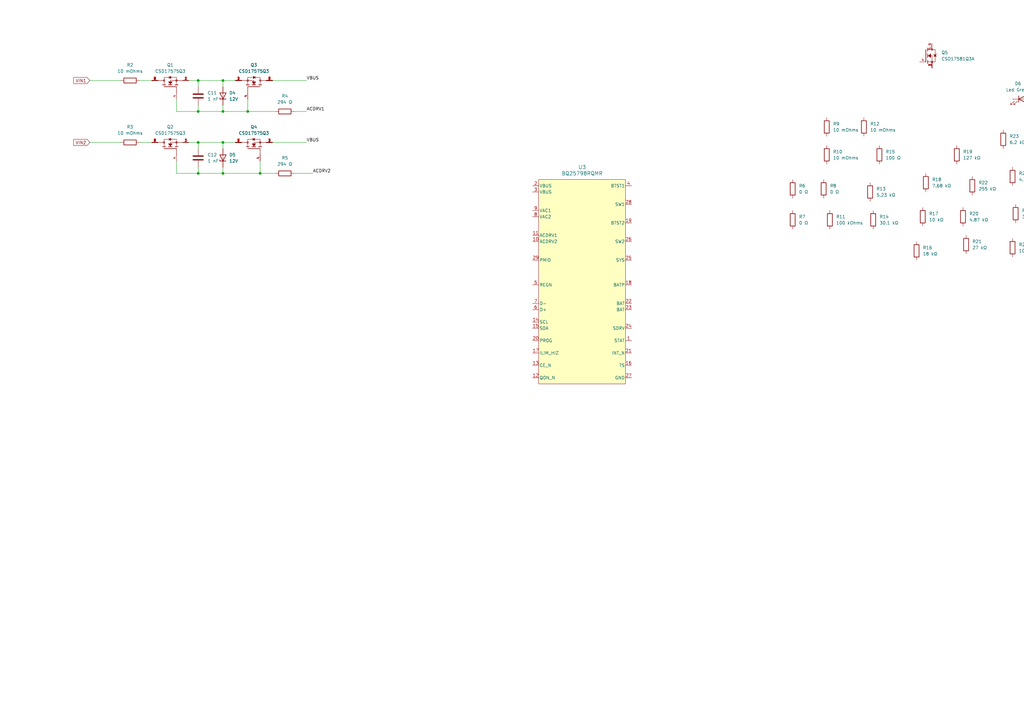
<source format=kicad_sch>
(kicad_sch (version 20250114) (generator "eeschema") (generator_version "9.0")
  (paper "A3")
  (title_block (title "Van Cooldown") (date "2025-06-27") (rev "0.0.1") (company "Fabien Meyer"))
  (junction (at 81.28 71.12))
  (junction (at 101.6 45.72))
  (junction (at 81.28 58.42))
  (junction (at 81.28 45.72))
  (junction (at 106.68 71.12))
  (junction (at 91.44 45.72))
  (junction (at 91.44 58.42))
  (junction (at 91.44 33.02))
  (junction (at 91.44 71.12))
  (junction (at 81.28 33.02))
  (wire (pts (xy 91.44 33.02) (xy 96.52 33.02)))
  (wire (pts (xy 106.68 66.04) (xy 106.68 71.12)))
  (wire (pts (xy 101.6 40.64) (xy 101.6 45.72)))
  (wire (pts (xy 91.44 71.12) (xy 91.44 68.58)))
  (wire (pts (xy 62.23 58.42) (xy 57.15 58.42)))
  (wire (pts (xy 81.28 71.12) (xy 81.28 68.58)))
  (wire (pts (xy 91.44 45.72) (xy 91.44 43.18)))
  (wire (pts (xy 81.28 60.96) (xy 81.28 58.42)))
  (wire (pts (xy 77.47 58.42) (xy 81.28 58.42)))
  (wire (pts (xy 91.44 35.56) (xy 91.44 33.02)))
  (wire (pts (xy 81.28 71.12) (xy 91.44 71.12)))
  (wire (pts (xy 81.28 33.02) (xy 91.44 33.02)))
  (wire (pts (xy 81.28 45.72) (xy 81.28 43.18)))
  (wire (pts (xy 120.65 45.72) (xy 125.73 45.72)))
  (wire (pts (xy 62.23 33.02) (xy 57.15 33.02)))
  (wire (pts (xy 72.39 66.04) (xy 72.39 71.12)))
  (wire (pts (xy 36.83 33.02) (xy 49.53 33.02)))
  (wire (pts (xy 72.39 40.64) (xy 72.39 45.72)))
  (wire (pts (xy 125.73 33.02) (xy 111.76 33.02)))
  (wire (pts (xy 113.03 45.72) (xy 101.6 45.72)))
  (wire (pts (xy 125.73 58.42) (xy 111.76 58.42)))
  (wire (pts (xy 81.28 35.56) (xy 81.28 33.02)))
  (wire (pts (xy 81.28 58.42) (xy 91.44 58.42)))
  (wire (pts (xy 77.47 33.02) (xy 81.28 33.02)))
  (wire (pts (xy 91.44 60.96) (xy 91.44 58.42)))
  (wire (pts (xy 81.28 45.72) (xy 72.39 45.72)))
  (wire (pts (xy 120.65 71.12) (xy 128.27 71.12)))
  (wire (pts (xy 101.6 45.72) (xy 91.44 45.72)))
  (wire (pts (xy 91.44 58.42) (xy 96.52 58.42)))
  (wire (pts (xy 106.68 71.12) (xy 113.03 71.12)))
  (wire (pts (xy 72.39 71.12) (xy 81.28 71.12)))
  (wire (pts (xy 49.53 58.42) (xy 36.83 58.42)))
  (wire (pts (xy 91.44 71.12) (xy 106.68 71.12)))
  (wire (pts (xy 91.44 45.72) (xy 81.28 45.72)))
  (label "VBUS" (at 125.73 58.42 0))
  (label "ACDRV2" (at 128.27 71.12 0))
  (label "ACDRV1" (at 125.73 45.72 0))
  (label "VBUS" (at 125.73 33.02 0))
  (global_label "VIN1" (shape input) (at 36.83 33.02 180) (property "Intersheetrefs" "${INTERSHEET_REFS}" (effects (hide yes))))
  (global_label "VIN2" (shape input) (at 36.83 58.42 180) (property "Intersheetrefs" "${INTERSHEET_REFS}" (effects (hide yes))))
  (symbol (lib_id "Device:C") (at 499.11 55.88 0) (unit 1)
    (property "Reference" "C34" (at 502.92 54.6099 0) (effects (justify left)))
    (property "Value" "0.1 µF" (at 502.92 57.1499 0) (effects (justify left)))
    (property "Footprint" "Capacitor_SMD:C_0402_1005Metric" (effects (hide yes)))
    (property "Datasheet" "https://product.tdk.com/system/files/dam/doc/product/capacitor/ceramic/mlcc/catalog/mlcc_commercial_soft_en.pdf" (effects (hide yes)))
    (property "Description" "0.1 µF ±10% 50V Ceramic Capacitor X7R 0402 (1005 Metric)" (effects (hide yes)))
    (property "DigiKey Part Number" "445-173610-1-ND" (effects (hide yes)))
    (property "DigiKey url" "https://www.digikey.ch/en/products/detail/tdk-corporation/C1005X7R1H104K050BE/5809175?s=N4IgTCBcDaIMIEYAMSCsANA7AJQQCWQBYBpNJAIQFEQBdAXyA" (effects (hide yes)))
    (property "Manufacturer" "TDK Corporation" (effects (hide yes)))
    (property "Manufacturer Product Number" "C1005X7R1H104K050BE" (effects (hide yes)))
  )
  (symbol (lib_id "Device:R") (at 416.56 87.63 0) (unit 1)
    (property "Reference" "R26" (at 419.1 86.3599 0) (effects (justify left)))
    (property "Value" "3.57 kΩ" (at 419.1 88.8999 0) (effects (justify left)))
    (property "Footprint" "Resistor_SMD:R_0603_1608Metric" (effects (hide yes)))
    (property "Datasheet" "https://www.vishay.com/docs/20035/dcrcwe3.pdf" (effects (hide yes)))
    (property "Description" "3.57 kOhms ±1% 0.1W, 1/10W Chip Resistor 0603 (1608 Metric) Automotive AEC-Q200 Thick Film" (effects (hide yes)))
    (property "DigiKey Part Number" "541-3.57KHCT-ND" (effects (hide yes)))
    (property "DigiKey url" "https://www.digikey.ch/en/products/detail/vishay-dale/CRCW06033K57FKEA/1174729" (effects (hide yes)))
    (property "Manufacturer" "Vishay Dale" (effects (hide yes)))
    (property "Manufacturer Product Number" "CRCW06033K57FKEA" (effects (hide yes)))
  )
  (symbol (lib_id "Device:R") (at 354.33 52.07 0) (unit 1)
    (property "Reference" "R12" (at 356.87 50.7999 0) (effects (justify left)))
    (property "Value" "10 mOhms" (at 356.87 53.3399 0) (effects (justify left)))
    (property "Footprint" "Resistor_SMD:R_2010_5025Metric" (effects (hide yes)))
    (property "Datasheet" "https://www.vishay.com/docs/31057/wslhigh.pdf" (effects (hide yes)))
    (property "Description" "10 mOhms ±1% 1W Chip Resistor 2010 (5025 Metric) Automotive AEC-Q200, Current Sense, Moisture Resistant, Pulse Withstanding Metal Element" (effects (hide yes)))
    (property "DigiKey Part Number" "WSLF-.01CT-ND" (effects (hide yes)))
    (property "DigiKey url" "https://www.digikey.ch/en/products/detail/vishay-dale/WSL2010R0100FEA18/712518?s=N4IgTCBcDaIOoGUAyYAMBGVAlDrUDEBRAQXQA4QBdAXyA" (effects (hide yes)))
    (property "Manufacturer" "Vishay-Dale" (effects (hide yes)))
    (property "Manufacturer Product Number" "WSL2010R0100FEA18" (effects (hide yes)))
  )
  (symbol (lib_id "Device:C") (at 474.98 55.88 0) (unit 1)
    (property "Reference" "C26" (at 478.79 54.6099 0) (effects (justify left)))
    (property "Value" "0.1 µF" (at 478.79 57.1499 0) (effects (justify left)))
    (property "Footprint" "Capacitor_SMD:C_0402_1005Metric" (effects (hide yes)))
    (property "Datasheet" "https://product.tdk.com/system/files/dam/doc/product/capacitor/ceramic/mlcc/catalog/mlcc_commercial_soft_en.pdf" (effects (hide yes)))
    (property "Description" "0.1 µF ±10% 50V Ceramic Capacitor X7R 0402 (1005 Metric)" (effects (hide yes)))
    (property "DigiKey Part Number" "445-173610-1-ND" (effects (hide yes)))
    (property "DigiKey url" "https://www.digikey.ch/en/products/detail/tdk-corporation/C1005X7R1H104K050BE/5809175?s=N4IgTCBcDaIMIEYAMSCsANA7AJQQCWQBYBpNJAIQFEQBdAXyA" (effects (hide yes)))
    (property "Manufacturer" "TDK Corporation" (effects (hide yes)))
    (property "Manufacturer Product Number" "C1005X7R1H104K050BE" (effects (hide yes)))
  )
  (symbol (lib_id "Device:LED") (at 419.1 40.64 0) (unit 1)
    (property "Reference" "D6" (at 417.5125 34.29 0))
    (property "Value" "Led Green" (at 417.5125 36.83 0))
    (property "Footprint" "LED_SMD:LED_0603_1608Metric" (effects (hide yes)))
    (property "Datasheet" "https://mm.digikey.com/Volume0/opasdata/d220001/medias/docus/858/LTST-C190GKT.pdf" (effects (hide yes)))
    (property "Description" "Green 569nm LED Indication - Discrete 2.1V 0603 (1608 Metric)" (effects (hide yes)))
    (property "Sim.Pins" "1=K 2=A" (effects (hide yes)))
    (property "DigiKey Part Number" "160-1183-1-ND" (effects (hide yes)))
    (property "DigiKey url" "https://www.digikey.ch/en/products/detail/liteon/LTST-C190GKT/269230?s=N4IgTCBcDaIDIBUDKCC0BhAjATgAwHEBpBEAXQF8g" (effects (hide yes)))
    (property "Manufacturer" "Lite-On Inc." (effects (hide yes)))
    (property "Manufacturer Product Number" "LTST-C190GKT" (effects (hide yes)))
  )
  (symbol (lib_id "Connector:TestPoint") (at 520.7 57.15 0) (unit 1)
    (property "Reference" "TP2" (at 523.24 52.5779 0) (effects (justify left)))
    (property "Value" "TP White" (at 523.24 55.1179 0) (effects (justify left)))
    (property "Footprint" "van-cooldown:TP_5002" (effects (hide yes)))
    (property "Datasheet" "https://www.keyelco.com/userAssets/file/M65p56.pdf" (effects (hide yes)))
    (property "Description" "Red PC Test Point, Miniature Phosphor Bronze Silver Plating Through Hole Mounting Type" (effects (hide yes)))
    (property "DigiKey Part Number" "36-5002-ND" (effects (hide yes)))
    (property "DigiKey url" "https://www.digikey.ch/en/products/detail/keystone-electronics/5002/255328" (effects (hide yes)))
    (property "Manufacturer" "Keystone Electronics" (effects (hide yes)))
    (property "Manufacturer Product Number" "5002" (effects (hide yes)))
  )
  (symbol (lib_id "Device:C") (at 468.63 43.18 0) (unit 1)
    (property "Reference" "C24" (at 472.44 41.9099 0) (effects (justify left)))
    (property "Value" "10 µF" (at 472.44 44.4499 0) (effects (justify left)))
    (property "Footprint" "Capacitor_SMD:C_0805_2012Metric" (effects (hide yes)))
    (property "Datasheet" "https://product.tdk.com/system/files/dam/doc/product/capacitor/ceramic/mlcc/catalog/mlcc_commercial_general_en.pdf" (effects (hide yes)))
    (property "Description" "10 µF ±10% 25V Ceramic Capacitor X5R 0805 (2012 Metric)" (effects (hide yes)))
    (property "DigiKey Part Number" "445-5984-1-ND" (effects (hide yes)))
    (property "DigiKey url" "https://www.digikey.ch/en/products/detail/tdk-corporation/C2012X5R1E106K125AB/2443462?s=N4IgTCBcDaIMJgAwEYwA0CsAlZBRZiAbANKoYCCAQiALoC%2BQA" (effects (hide yes)))
    (property "Manufacturer" "TDK Corporation" (effects (hide yes)))
    (property "Manufacturer Product Number" "C2012X5R1E106K125AB" (effects (hide yes)))
  )
  (symbol (lib_id "Device:C") (at 445.77 55.88 0) (unit 1)
    (property "Reference" "C16" (at 449.58 54.6099 0) (effects (justify left)))
    (property "Value" "0.1 µF" (at 449.58 57.1499 0) (effects (justify left)))
    (property "Footprint" "Capacitor_SMD:C_0402_1005Metric" (effects (hide yes)))
    (property "Datasheet" "https://product.tdk.com/system/files/dam/doc/product/capacitor/ceramic/mlcc/catalog/mlcc_commercial_soft_en.pdf" (effects (hide yes)))
    (property "Description" "0.1 µF ±10% 50V Ceramic Capacitor X7R 0402 (1005 Metric)" (effects (hide yes)))
    (property "DigiKey Part Number" "445-173610-1-ND" (effects (hide yes)))
    (property "DigiKey url" "https://www.digikey.ch/en/products/detail/tdk-corporation/C1005X7R1H104K050BE/5809175?s=N4IgTCBcDaIMIEYAMSCsANA7AJQQCWQBYBpNJAIQFEQBdAXyA" (effects (hide yes)))
    (property "Manufacturer" "TDK Corporation" (effects (hide yes)))
    (property "Manufacturer Product Number" "C1005X7R1H104K050BE" (effects (hide yes)))
  )
  (symbol (lib_id "Device:R") (at 340.36 90.17 0) (unit 1)
    (property "Reference" "R11" (at 342.9 88.8999 0) (effects (justify left)))
    (property "Value" "100 kOhms" (at 342.9 91.4399 0) (effects (justify left)))
    (property "Footprint" "Resistor_SMD:R_0603_1608Metric" (effects (hide yes)))
    (property "Datasheet" "https://www.yageo.com/upload/media/product/app/datasheet/rchip/pyu-ar_51_rohs_l.pdf" (effects (hide yes)))
    (property "Description" "100 kOhms ±1% 0.1W, 1/10W Chip Resistor 0603 (1608 Metric) Moisture Resistant Thick Film" (effects (hide yes)))
    (property "DigiKey Part Number" "13-AR0603FR-07100KLCT-ND" (effects (hide yes)))
    (property "DigiKey url" "https://www.digikey.ch/en/products/detail/yageo/AR0603FR-07100KL/22201055" (effects (hide yes)))
    (property "Manufacturer" "YAGEO" (effects (hide yes)))
    (property "Manufacturer Product Number" "RC0603FR-07100KL" (effects (hide yes)))
  )
  (symbol (lib_id "Device:C") (at 445.77 31.75 0) (unit 1)
    (property "Reference" "C14" (at 449.58 30.4799 0) (effects (justify left)))
    (property "Value" "10 µF" (at 449.58 33.0199 0) (effects (justify left)))
    (property "Footprint" "Capacitor_SMD:C_0805_2012Metric" (effects (hide yes)))
    (property "Datasheet" "https://product.tdk.com/system/files/dam/doc/product/capacitor/ceramic/mlcc/catalog/mlcc_commercial_general_en.pdf" (effects (hide yes)))
    (property "Description" "10 µF ±10% 25V Ceramic Capacitor X5R 0805 (2012 Metric)" (effects (hide yes)))
    (property "DigiKey Part Number" "445-5984-1-ND" (effects (hide yes)))
    (property "DigiKey url" "https://www.digikey.ch/en/products/detail/tdk-corporation/C2012X5R1E106K125AB/2443462?s=N4IgTCBcDaIMJgAwEYwA0CsAlZBRZiAbANKoYCCAQiALoC%2BQA" (effects (hide yes)))
    (property "Manufacturer" "TDK Corporation" (effects (hide yes)))
    (property "Manufacturer Product Number" "C2012X5R1E106K125AB" (effects (hide yes)))
  )
  (symbol (lib_id "Device:R") (at 378.46 88.9 0) (unit 1)
    (property "Reference" "R17" (at 381 87.6299 0) (effects (justify left)))
    (property "Value" "10 kΩ" (at 381 90.1699 0) (effects (justify left)))
    (property "Footprint" "Resistor_SMD:R_0402_1005Metric" (effects (hide yes)))
    (property "Datasheet" "https://www.vishay.com/docs/20035/dcrcwe3.pdf" (effects (hide yes)))
    (property "Description" "10 kOhms ±1% 0.1W, 1/10W Chip Resistor 0402 (1005 Metric) Automotive AEC-Q200 Thick Film" (effects (hide yes)))
    (property "DigiKey Part Number" "541-10.0KLCT-ND" (effects (hide yes)))
    (property "DigiKey url" "https://www.digikey.ch/en/products/detail/vishay-dale/CRCW040210K0FKED/1178121" (effects (hide yes)))
    (property "Manufacturer" "Vishay-Dale" (effects (hide yes)))
    (property "Manufacturer Product Number" "CRCW040210K0FKED" (effects (hide yes)))
  )
  (symbol (lib_id "Device:R") (at 53.34 58.42 90) (unit 1)
    (property "Reference" "R3" (at 53.34 52.07 90))
    (property "Value" "10 mOhms" (at 53.34 54.61 90))
    (property "Footprint" "Resistor_SMD:R_2010_5025Metric" (effects (hide yes)))
    (property "Datasheet" "https://www.vishay.com/docs/31057/wslhigh.pdf" (effects (hide yes)))
    (property "Description" "10 mOhms ±1% 1W Chip Resistor 2010 (5025 Metric) Automotive AEC-Q200, Current Sense, Moisture Resistant, Pulse Withstanding Metal Element" (effects (hide yes)))
    (property "DigiKey Part Number" "WSLF-.01CT-ND" (effects (hide yes)))
    (property "DigiKey url" "https://www.digikey.ch/en/products/detail/vishay-dale/WSL2010R0100FEA18/712518?s=N4IgTCBcDaIOoGUAyYAMBGVAlDrUDEBRAQXQA4QBdAXyA" (effects (hide yes)))
    (property "Manufacturer" "Vishay-Dale" (effects (hide yes)))
    (property "Manufacturer Product Number" "WSL2010R0100FEA18" (effects (hide yes)))
  )
  (symbol (lib_id "Device:R") (at 392.43 63.5 0) (unit 1)
    (property "Reference" "R19" (at 394.97 62.2299 0) (effects (justify left)))
    (property "Value" "127 kΩ" (at 394.97 64.7699 0) (effects (justify left)))
    (property "Footprint" "Resistor_SMD:R_0603_1608Metric" (effects (hide yes)))
    (property "Datasheet" "https://www.vishay.com/docs/20035/dcrcwe3.pdf" (effects (hide yes)))
    (property "Description" "127 kOhms ±1% 0.1W, 1/10W Chip Resistor 0603 (1608 Metric) Automotive AEC-Q200 Thick Film" (effects (hide yes)))
    (property "DigiKey Part Number" "541-127KHCT-ND" (effects (hide yes)))
    (property "DigiKey url" "https://www.digikey.ch/en/products/detail/vishay-dale/CRCW0603127KFKEA/1174907" (effects (hide yes)))
    (property "Manufacturer" "Vishay Dale" (effects (hide yes)))
    (property "Manufacturer Product Number" "CRCW0603127KFKEA" (effects (hide yes)))
  )
  (symbol (lib_id "Device:R") (at 398.78 76.2 0) (unit 1)
    (property "Reference" "R22" (at 401.32 74.9299 0) (effects (justify left)))
    (property "Value" "255 kΩ" (at 401.32 77.4699 0) (effects (justify left)))
    (property "Footprint" "Resistor_SMD:R_0603_1608Metric" (effects (hide yes)))
    (property "Datasheet" "https://www.vishay.com/docs/20035/dcrcwe3.pdf" (effects (hide yes)))
    (property "Description" "255 kOhms ±1% 0.1W, 1/10W Chip Resistor 0603 (1608 Metric) Automotive AEC-Q200 Thick Film" (effects (hide yes)))
    (property "DigiKey Part Number" "541-255KHCT-ND" (effects (hide yes)))
    (property "DigiKey url" "https://www.digikey.ch/en/products/detail/vishay-dale/CRCW0603255KFKEA/1174940" (effects (hide yes)))
    (property "Manufacturer" "Vishay-Dale" (effects (hide yes)))
    (property "Manufacturer Product Number" "CRCW0603255KFKEA" (effects (hide yes)))
  )
  (symbol (lib_id "Device:R") (at 429.26 59.69 0) (unit 1)
    (property "Reference" "R28" (at 431.8 58.4199 0) (effects (justify left)))
    (property "Value" "8.2 kOhms" (at 431.8 60.9599 0) (effects (justify left)))
    (property "Footprint" "Resistor_SMD:R_0603_1608Metric" (effects (hide yes)))
    (property "Datasheet" "8.2 kOhms" (effects (hide yes)))
    (property "Description" "8.2 kOhms ±1% 0.1W, 1/10W Chip Resistor 0603 (1608 Metric) Moisture Resistant Thick Film" (effects (hide yes)))
    (property "DigiKey Part Number" "311-8.20KHRCT-ND" (effects (hide yes)))
    (property "DigiKey url" "https://www.digikey.ch/en/products/detail/yageo/RC0603FR-078K2L/727390?s=N4IgTCBcDaIEoGEAMA2JBmAYnAtEg7ABwDSYAMiALoC%2BQA" (effects (hide yes)))
    (property "Manufacturer" "YAGEO" (effects (hide yes)))
    (property "Manufacturer Product Number" "RC0603FR-078K2L" (effects (hide yes)))
  )
  (symbol (lib_id "Device:R") (at 394.97 88.9 0) (unit 1)
    (property "Reference" "R20" (at 397.51 87.6299 0) (effects (justify left)))
    (property "Value" "4.87 kΩ" (at 397.51 90.1699 0) (effects (justify left)))
    (property "Footprint" "Resistor_SMD:R_0402_1005Metric" (effects (hide yes)))
    (property "Datasheet" "https://www.vishay.com/docs/20035/dcrcwe3.pdf" (effects (hide yes)))
    (property "Description" "4.87 kOhms ±1% 0.1W, 1/10W Chip Resistor 0402 (1005 Metric) Automotive AEC-Q200 Thick Film" (effects (hide yes)))
    (property "DigiKey Part Number" "541-4.87KLCT-ND" (effects (hide yes)))
    (property "DigiKey url" "https://www.digikey.ch/en/products/detail/vishay-dale/CRCW04024K87FKED/1178085" (effects (hide yes)))
    (property "Manufacturer" "Vishay-Dale" (effects (hide yes)))
    (property "Manufacturer Product Number" "CRCW04024K87FKEDCRCW04024K87FKED" (effects (hide yes)))
  )
  (symbol (lib_id "Device:R") (at 339.09 52.07 0) (unit 1)
    (property "Reference" "R9" (at 341.63 50.7999 0) (effects (justify left)))
    (property "Value" "10 mOhms" (at 341.63 53.3399 0) (effects (justify left)))
    (property "Footprint" "Resistor_SMD:R_2010_5025Metric" (effects (hide yes)))
    (property "Datasheet" "https://www.vishay.com/docs/31057/wslhigh.pdf" (effects (hide yes)))
    (property "Description" "10 mOhms ±1% 1W Chip Resistor 2010 (5025 Metric) Automotive AEC-Q200, Current Sense, Moisture Resistant, Pulse Withstanding Metal Element" (effects (hide yes)))
    (property "DigiKey Part Number" "WSLF-.01CT-ND" (effects (hide yes)))
    (property "DigiKey url" "https://www.digikey.ch/en/products/detail/vishay-dale/WSL2010R0100FEA18/712518?s=N4IgTCBcDaIOoGUAyYAMBGVAlDrUDEBRAQXQA4QBdAXyA" (effects (hide yes)))
    (property "Manufacturer" "Vishay-Dale" (effects (hide yes)))
    (property "Manufacturer Product Number" "WSL2010R0100FEA18" (effects (hide yes)))
  )
  (symbol (lib_id "Device:C_Polarized") (at 494.03 71.12 0) (unit 1)
    (property "Reference" "C33" (at 497.84 68.9609 0) (effects (justify left)))
    (property "Value" "33 µF" (at 497.84 71.5009 0) (effects (justify left)))
    (property "Footprint" "van-cooldown:C_ECASD31D476M040KA0" (effects (hide yes)))
    (property "Datasheet" "https://www.murata.com/~/media/webrenewal/support/library/catalog/products/capacitor/polymer/c90e.ashx?la=en-us" (effects (hide yes)))
    (property "Description" "33 µF 25 V Aluminum - Polymer Capacitors 2917 (7343 Metric) 40mOhm 1000 Hrs @ 105°C" (effects (hide yes)))
    (property "DigiKey Part Number" "490-ECASD41E336M040KA0CT-ND" (effects (hide yes)))
    (property "DigiKey url" "https://www.digikey.ch/en/products/detail/murata-electronics/ECASD41E336M040KA0/10222761?s=N4IgTCBcDaIKIGECCBlAIgFgIxwMy4DYBZABgxIGkkSQBdAXyA" (effects (hide yes)))
    (property "Manufacturer" "Murata Electronics" (effects (hide yes)))
    (property "Manufacturer Product Number" "ECASD41E336M040KA0" (effects (hide yes)))
  )
  (symbol (lib_id "Connector:TestPoint") (at 520.7 63.5 0) (unit 1)
    (property "Reference" "TP3" (at 523.24 58.9279 0) (effects (justify left)))
    (property "Value" "TP Orange" (at 523.24 61.4679 0) (effects (justify left)))
    (property "Footprint" "van-cooldown:TP_5003" (effects (hide yes)))
    (property "Datasheet" "https://www.keyelco.com/userAssets/file/M65p56.pdf" (effects (hide yes)))
    (property "Description" "Red PC Test Point, Miniature Phosphor Bronze Silver Plating Through Hole Mounting Type" (effects (hide yes)))
    (property "DigiKey Part Number" "36-5003-ND" (effects (hide yes)))
    (property "DigiKey url" "https://www.digikey.ch/en/products/detail/keystone-electronics/5003/362668" (effects (hide yes)))
    (property "Manufacturer" "Keystone Electronics" (effects (hide yes)))
    (property "Manufacturer Product Number" "5003" (effects (hide yes)))
  )
  (symbol (lib_id "Device:R") (at 358.14 90.17 0) (unit 1)
    (property "Reference" "R14" (at 360.68 88.8999 0) (effects (justify left)))
    (property "Value" "30.1 kΩ" (at 360.68 91.4399 0) (effects (justify left)))
    (property "Footprint" "Resistor_SMD:R_0402_1005Metric" (effects (hide yes)))
    (property "Datasheet" "https://www.vishay.com/docs/20035/dcrcwe3.pdf" (effects (hide yes)))
    (property "Description" "30.1 kOhms ±1% 0.1W, 1/10W Chip Resistor 0402 (1005 Metric) Automotive AEC-Q200 Thick Film" (effects (hide yes)))
    (property "DigiKey Part Number" "541-30.1KLCT-ND" (effects (hide yes)))
    (property "DigiKey url" "https://www.digikey.ch/en/products/detail/vishay-dale/CRCW040230K1FKED/1178174" (effects (hide yes)))
    (property "Manufacturer" "Vishay-Dale" (effects (hide yes)))
    (property "Manufacturer Product Number" "CRCW040230K1FKED" (effects (hide yes)))
  )
  (symbol (lib_id "Device:R") (at 53.34 33.02 90) (unit 1)
    (property "Reference" "R2" (at 53.34 26.67 90))
    (property "Value" "10 mOhms" (at 53.34 29.21 90))
    (property "Footprint" "Resistor_SMD:R_2010_5025Metric" (effects (hide yes)))
    (property "Datasheet" "https://www.vishay.com/docs/31057/wslhigh.pdf" (effects (hide yes)))
    (property "Description" "10 mOhms ±1% 1W Chip Resistor 2010 (5025 Metric) Automotive AEC-Q200, Current Sense, Moisture Resistant, Pulse Withstanding Metal Element" (effects (hide yes)))
    (property "DigiKey Part Number" "WSLF-.01CT-ND" (effects (hide yes)))
    (property "DigiKey url" "https://www.digikey.ch/en/products/detail/vishay-dale/WSL2010R0100FEA18/712518?s=N4IgTCBcDaIOoGUAyYAMBGVAlDrUDEBRAQXQA4QBdAXyA" (effects (hide yes)))
    (property "Manufacturer" "Vishay-Dale" (effects (hide yes)))
    (property "Manufacturer Product Number" "WSL2010R0100FEA18" (effects (hide yes)))
  )
  (symbol (lib_id "Device:C") (at 468.63 31.75 0) (unit 1)
    (property "Reference" "C23" (at 472.44 30.4799 0) (effects (justify left)))
    (property "Value" "10 µF" (at 472.44 33.0199 0) (effects (justify left)))
    (property "Footprint" "Capacitor_SMD:C_0805_2012Metric" (effects (hide yes)))
    (property "Datasheet" "https://product.tdk.com/system/files/dam/doc/product/capacitor/ceramic/mlcc/catalog/mlcc_commercial_general_en.pdf" (effects (hide yes)))
    (property "Description" "10 µF ±10% 25V Ceramic Capacitor X5R 0805 (2012 Metric)" (effects (hide yes)))
    (property "DigiKey Part Number" "445-5984-1-ND" (effects (hide yes)))
    (property "DigiKey url" "https://www.digikey.ch/en/products/detail/tdk-corporation/C2012X5R1E106K125AB/2443462?s=N4IgTCBcDaIMJgAwEYwA0CsAlZBRZiAbANKoYCCAQiALoC%2BQA" (effects (hide yes)))
    (property "Manufacturer" "TDK Corporation" (effects (hide yes)))
    (property "Manufacturer Product Number" "C2012X5R1E106K125AB" (effects (hide yes)))
  )
  (symbol (lib_id "Connector:TestPoint") (at 520.7 49.53 0) (unit 1)
    (property "Reference" "TP1" (at 523.24 44.9579 0) (effects (justify left)))
    (property "Value" "TP Black" (at 523.24 47.4979 0) (effects (justify left)))
    (property "Footprint" "van-cooldown:TP_5001" (effects (hide yes)))
    (property "Datasheet" "https://www.keyelco.com/userAssets/file/M65p56.pdf" (effects (hide yes)))
    (property "Description" "Red PC Test Point, Miniature Phosphor Bronze Silver Plating Through Hole Mounting Type" (effects (hide yes)))
    (property "DigiKey Part Number" "36-5001-ND" (effects (hide yes)))
    (property "DigiKey url" "https://www.digikey.ch/en/products/detail/keystone-electronics/5001/255327" (effects (hide yes)))
    (property "Manufacturer" "Keystone Electronics" (effects (hide yes)))
    (property "Manufacturer Product Number" "5001" (effects (hide yes)))
  )
  (symbol (lib_id "van-cooldown:CSD17575Q3") (at 69.85 33.02 90) (unit 1)
    (property "Reference" "Q1" (at 69.85 26.67 90))
    (property "Value" "CSD17575Q3" (at 69.85 29.21 90))
    (property "Footprint" "van-cooldown:Q_CSD17575Q3" (effects (hide yes)))
    (property "Datasheet" "https://www.ti.com/general/docs/suppproductinfo.tsp?distId=10&gotoUrl=https%3A%2F%2Fwww.ti.com%2Flit%2Fgpn%2Fcsd17575q3" (effects (hide yes)))
    (property "Description" "N-Channel 30 V 60A (Ta) 2.8W (Ta), 108W (Tc) Surface Mount 8-VSON-CLIP (3.3x3.3)" (effects (hide yes)))
    (property "DigiKey Part Number" "296-39994-1-ND" (effects (hide yes)))
    (property "DigiKey url" "https://www.digikey.ch/en/products/detail/texas-instruments/CSD17575Q3/4895618" (effects (hide yes)))
    (property "Manufacturer" "Texas Instruments" (effects (hide yes)))
    (property "Manufacturer Product Number" "CSD17575Q3" (effects (hide yes)))
  )
  (symbol (lib_id "Device:D_Schottky") (at 431.8 31.75 0) (unit 1)
    (property "Reference" "D7" (at 431.4825 25.4 0))
    (property "Value" "30V 200mA" (at 431.4825 27.94 0))
    (property "Footprint" "Diode_SMD:D_SOD-323" (effects (hide yes)))
    (property "Datasheet" "https://www.onsemi.com/pdf/datasheet/bat54ht1-d.pdf" (effects (hide yes)))
    (property "Description" "Diode 30 V 200mA Surface Mount SOD-323" (effects (hide yes)))
    (property "DigiKey Part Number" "BAT54HT1GOSCT-ND" (effects (hide yes)))
    (property "DigiKey url" "https://www.digikey.ch/en/products/detail/onsemi/BAT54HT1G/918315" (effects (hide yes)))
    (property "Manufacturer" "onsemi" (effects (hide yes)))
    (property "Manufacturer Product Number" "BAT54HT1G" (effects (hide yes)))
  )
  (symbol (lib_id "Device:R") (at 411.48 57.15 0) (unit 1)
    (property "Reference" "R23" (at 414.02 55.8799 0) (effects (justify left)))
    (property "Value" "6.2 kOhms" (at 414.02 58.4199 0) (effects (justify left)))
    (property "Footprint" "Resistor_SMD:R_0603_1608Metric" (effects (hide yes)))
    (property "Datasheet" "https://www.yageo.com/upload/media/product/products/datasheet/rchip/PYu-RC_Group_51_RoHS_L_12.pdf" (effects (hide yes)))
    (property "Description" "6.2 kOhms ±1% 0.1W, 1/10W Chip Resistor 0603 (1608 Metric) Moisture Resistant Thick Film" (effects (hide yes)))
    (property "DigiKey Part Number" "311-6.20KHRCT-ND" (effects (hide yes)))
    (property "DigiKey url" "https://www.digikey.ch/en/products/detail/yageo/RC0603FR-076K2L/727319?s=N4IgTCBcDaIEoGEAMA2JBmAYnAtEg7CgNJgAyIAugL5A" (effects (hide yes)))
    (property "Manufacturer" "YAGEO" (effects (hide yes)))
    (property "Manufacturer Product Number" "RC0603FR-076K2L" (effects (hide yes)))
  )
  (symbol (lib_id "Device:L") (at 501.65 15.24 0) (unit 1)
    (property "Reference" "L1" (at 502.92 13.9699 0) (effects (justify left)))
    (property "Value" "1 µH" (at 502.92 16.5099 0) (effects (justify left)))
    (property "Footprint" "van-cooldown:IND_SPM6530_TDK" (effects (hide yes)))
    (property "Datasheet" "https://product.tdk.com/en/system/files/dam/doc/product/inductor/inductor/smd/catalog/inductor_commercial_power_spm6530_en.pdf" (effects (hide yes)))
    (property "Description" "1 µH Shielded Drum Core, Wirewound Inductor 13 A 7.81mOhm Max Nonstandard" (effects (hide yes)))
    (property "DigiKey Part Number" "445-3880-1-ND" (effects (hide yes)))
    (property "DigiKey url" "https://www.digikey.ch/en/products/detail/tdk-corporation/SPM6530T-1R0M120/1913744" (effects (hide yes)))
    (property "Manufacturer" "TDK Corporation" (effects (hide yes)))
    (property "Manufacturer Product Number" "SPM6530T-1R0M120" (effects (hide yes)))
  )
  (symbol (lib_id "Device:R") (at 360.68 63.5 0) (unit 1)
    (property "Reference" "R15" (at 363.22 62.2299 0) (effects (justify left)))
    (property "Value" "100 Ω" (at 363.22 64.7699 0) (effects (justify left)))
    (property "Footprint" "Capacitor_SMD:C_0603_1608Metric" (effects (hide yes)))
    (property "Datasheet" "https://www.yageo.com/upload/media/product/app/datasheet/rchip/pyu-ar_51_rohs_l.pdf" (effects (hide yes)))
    (property "Description" "100 Ohms ±1% 0.1W, 1/10W Chip Resistor 0603 (1608 Metric) Moisture Resistant Thick Film" (effects (hide yes)))
    (property "DigiKey Part Number" "13-AR0603FR-07100RLCT-ND" (effects (hide yes)))
    (property "DigiKey url" "https://www.digikey.ch/en/products/detail/yageo/AR0603FR-07100RL/21765937" (effects (hide yes)))
    (property "Manufacturer" "YAGEO" (effects (hide yes)))
    (property "Manufacturer Product Number" "AR0603FR-07100RL" (effects (hide yes)))
  )
  (symbol (lib_id "Device:R") (at 396.24 100.33 0) (unit 1)
    (property "Reference" "R21" (at 398.78 99.0599 0) (effects (justify left)))
    (property "Value" "27 kΩ" (at 398.78 101.5999 0) (effects (justify left)))
    (property "Footprint" "Resistor_SMD:R_0603_1608Metric" (effects (hide yes)))
    (property "Datasheet" "https://industrial.panasonic.com/cdbs/www-data/pdf/RDA0000/AOA0000C304.pdf" (effects (hide yes)))
    (property "Description" "27 kOhms ±0.5% 0.1W, 1/10W Chip Resistor 0603 (1608 Metric) Automotive AEC-Q200 Thick Film" (effects (hide yes)))
    (property "DigiKey Part Number" "10-ERJ-3RBD2702VCT-ND" (effects (hide yes)))
    (property "DigiKey url" "https://www.digikey.ch/en/products/detail/panasonic-electronic-components/ERJ-3RBD2702V/21282324" (effects (hide yes)))
    (property "Manufacturer" "Panasonic Electronic Components" (effects (hide yes)))
    (property "Manufacturer Product Number" "ERJ-3EKF2702V" (effects (hide yes)))
  )
  (symbol (lib_id "Device:R") (at 356.87 78.74 0) (unit 1)
    (property "Reference" "R13" (at 359.41 77.4699 0) (effects (justify left)))
    (property "Value" "5.23 kΩ" (at 359.41 80.0099 0) (effects (justify left)))
    (property "Footprint" "Resistor_SMD:R_0402_1005Metric" (effects (hide yes)))
    (property "Datasheet" "https://www.vishay.com/docs/20008/dcrcw.pdf" (effects (hide yes)))
    (property "Description" "5.23 kOhms ±1% 0.063W, 1/16W Chip Resistor 0402 (1005 Metric) Automotive AEC-Q200 Thick Film" (effects (hide yes)))
    (property "DigiKey Part Number" "541-CRCW04025K23FKTDCT-ND" (effects (hide yes)))
    (property "DigiKey url" "https://www.digikey.ch/en/products/detail/vishay-dale/CRCW04025K23FKTD/22217420" (effects (hide yes)))
    (property "Manufacturer" "Vishay Dale" (effects (hide yes)))
    (property "Manufacturer Product Number" "CRCW04025K23FKTD" (effects (hide yes)))
  )
  (symbol (lib_id "Device:D_Zener") (at 91.44 39.37 90) (unit 1)
    (property "Reference" "D4" (at 93.98 38.0999 90) (effects (justify right)))
    (property "Value" "12V" (at 93.98 40.6399 90) (effects (justify right)))
    (property "Footprint" "Diode_SMD:D_SOD-523" (effects (hide yes)))
    (property "Datasheet" "https://www.diodes.com/assets/Datasheets/ds30502.pdf" (effects (hide yes)))
    (property "Description" "Zener Diode 12 V 300 mW ±5% Surface Mount SOD-523" (effects (hide yes)))
    (property "DigiKey Part Number" "BZT52C12T-7DIDKR-ND" (effects (hide yes)))
    (property "DigiKey url" "https://www.digikey.ch/en/products/detail/diodes-incorporated/BZT52C12T-7/1934481" (effects (hide yes)))
    (property "Manufacturer" "Diodes Incorporated" (effects (hide yes)))
    (property "Manufacturer Product Number" "BZT52C12T-7" (effects (hide yes)))
  )
  (symbol (lib_id "Device:R") (at 436.88 71.12 0) (unit 1)
    (property "Reference" "R30" (at 439.42 69.8499 0) (effects (justify left)))
    (property "Value" "10.5 kΩ" (at 439.42 72.3899 0) (effects (justify left)))
    (property "Footprint" "Resistor_SMD:R_0603_1608Metric" (effects (hide yes)))
    (property "Datasheet" "https://www.vishay.com/docs/20035/dcrcwe3.pdf" (effects (hide yes)))
    (property "Description" "10.5 kOhms ±1% 0.1W, 1/10W Chip Resistor 0603 (1608 Metric) Automotive AEC-Q200 Thick Film" (effects (hide yes)))
    (property "DigiKey Part Number" "541-10.5KHCT-ND" (effects (hide yes)))
    (property "DigiKey url" "https://www.digikey.ch/en/products/detail/vishay-dale/CRCW060310K5FKEA/1174784" (effects (hide yes)))
    (property "Manufacturer" "Vishay-Dale" (effects (hide yes)))
    (property "Manufacturer Product Number" "CRCW060310K5FKEA" (effects (hide yes)))
  )
  (symbol (lib_id "Device:C") (at 450.85 82.55 0) (unit 1)
    (property "Reference" "C18" (at 454.66 81.2799 0) (effects (justify left)))
    (property "Value" "4.7 uF" (at 454.66 83.8199 0) (effects (justify left)))
    (property "Footprint" "Capacitor_SMD:C_0603_1608Metric" (effects (hide yes)))
    (property "Datasheet" "https://search.murata.co.jp/Ceramy/image/img/A01X/G101/ENG/GRM188R61C475KE11-01.pdf" (effects (hide yes)))
    (property "Description" "4.7 µF ±10% 16V Ceramic Capacitor X5R 0603 (1608 Metric)" (effects (hide yes)))
    (property "DigiKey Part Number" "490-10730-1-ND" (effects (hide yes)))
    (property "DigiKey url" "https://www.digikey.ch/en/products/detail/murata-electronics/GRM188R61C475KE11D/5251370" (effects (hide yes)))
    (property "Manufacturer" "Murata Electronics" (effects (hide yes)))
    (property "Manufacturer Product Number" "GRM188R61C475KE11D" (effects (hide yes)))
  )
  (symbol (lib_id "Connector:TestPoint") (at 520.7 74.93 0) (unit 1)
    (property "Reference" "TP4" (at 523.24 70.3579 0) (effects (justify left)))
    (property "Value" "TP Red" (at 523.24 72.8979 0) (effects (justify left)))
    (property "Footprint" "van-cooldown:TP_5000" (effects (hide yes)))
    (property "Datasheet" "https://www.keyelco.com/userAssets/file/M65p56.pdf" (effects (hide yes)))
    (property "Description" "Red PC Test Point, Miniature Phosphor Bronze Silver Plating Through Hole Mounting Type" (effects (hide yes)))
    (property "DigiKey Part Number" "36-5000-ND" (effects (hide yes)))
    (property "DigiKey url" "https://www.digikey.ch/en/products/detail/keystone-electronics/5000/255326" (effects (hide yes)))
    (property "Manufacturer" "Keystone Electronics" (effects (hide yes)))
    (property "Manufacturer Product Number" "5000" (effects (hide yes)))
  )
  (symbol (lib_id "Device:D_Schottky") (at 435.61 41.91 0) (unit 1)
    (property "Reference" "D8" (at 435.2925 35.56 0))
    (property "Value" "30V 200mA" (at 435.2925 38.1 0))
    (property "Footprint" "Diode_SMD:D_SOD-323" (effects (hide yes)))
    (property "Datasheet" "https://www.onsemi.com/pdf/datasheet/bat54ht1-d.pdf" (effects (hide yes)))
    (property "Description" "Diode 30 V 200mA Surface Mount SOD-323" (effects (hide yes)))
    (property "DigiKey Part Number" "BAT54HT1GOSCT-ND" (effects (hide yes)))
    (property "DigiKey url" "https://www.digikey.ch/en/products/detail/onsemi/BAT54HT1G/918315" (effects (hide yes)))
    (property "Manufacturer" "onsemi" (effects (hide yes)))
    (property "Manufacturer Product Number" "BAT54HT1G" (effects (hide yes)))
  )
  (symbol (lib_id "van-cooldown:CSD17575Q3") (at 69.85 58.42 90) (unit 1)
    (property "Reference" "Q2" (at 69.85 52.07 90))
    (property "Value" "CSD17575Q3" (at 69.85 54.61 90))
    (property "Footprint" "van-cooldown:Q_CSD17575Q3" (effects (hide yes)))
    (property "Datasheet" "https://www.ti.com/general/docs/suppproductinfo.tsp?distId=10&gotoUrl=https%3A%2F%2Fwww.ti.com%2Flit%2Fgpn%2Fcsd17575q3" (effects (hide yes)))
    (property "Description" "N-Channel 30 V 60A (Ta) 2.8W (Ta), 108W (Tc) Surface Mount 8-VSON-CLIP (3.3x3.3)" (effects (hide yes)))
    (property "DigiKey Part Number" "296-39994-1-ND" (effects (hide yes)))
    (property "DigiKey url" "https://www.digikey.ch/en/products/detail/texas-instruments/CSD17575Q3/4895618" (effects (hide yes)))
    (property "Manufacturer" "Texas Instruments" (effects (hide yes)))
    (property "Manufacturer Product Number" "CSD17575Q3" (effects (hide yes)))
  )
  (symbol (lib_id "Device:R") (at 435.61 82.55 0) (unit 1)
    (property "Reference" "R29" (at 438.15 81.2799 0) (effects (justify left)))
    (property "Value" "14 kΩ" (at 438.15 83.8199 0) (effects (justify left)))
    (property "Footprint" "Resistor_SMD:R_0603_1608Metric" (effects (hide yes)))
    (property "Datasheet" "https://www.vishay.com/docs/20035/dcrcwe3.pdf" (effects (hide yes)))
    (property "Description" "14 kOhms ±1% 0.1W, 1/10W Chip Resistor 0603 (1608 Metric) Automotive AEC-Q200 Thick Film" (effects (hide yes)))
    (property "DigiKey Part Number" "541-14.0KHCT-ND" (effects (hide yes)))
    (property "DigiKey url" "https://www.digikey.ch/en/products/detail/vishay-dale/CRCW060314K0FKEA/1174797" (effects (hide yes)))
    (property "Manufacturer" "Vishay Dale" (effects (hide yes)))
    (property "Manufacturer Product Number" "CRCW060314K0FKEA" (effects (hide yes)))
  )
  (symbol (lib_id "Device:C") (at 464.82 95.25 0) (unit 1)
    (property "Reference" "C22" (at 468.63 93.9799 0) (effects (justify left)))
    (property "Value" "1000 pF" (at 468.63 96.5199 0) (effects (justify left)))
    (property "Footprint" "Capacitor_SMD:C_0402_1005Metric" (effects (hide yes)))
    (property "Datasheet" "https://search.murata.co.jp/Ceramy/image/img/A01X/G101/ENG/GRM1555C1H102JA01-01.pdf" (effects (hide yes)))
    (property "Description" "1000 pF ±5% 50V Ceramic Capacitor C0G, NP0 0402 (1005 Metric)" (effects (hide yes)))
    (property "DigiKey Part Number" "490-3244-1-ND" (effects (hide yes)))
    (property "DigiKey url" "https://www.digikey.ch/en/products/detail/murata-electronics/GRM1555C1H102JA01D/702509?s=N4IgTCBcDaIOICUCyBGArBgwigEigDGAFICC%2BKAIiALoC%2BQA" (effects (hide yes)))
    (property "Manufacturer" "Murata Electronics" (effects (hide yes)))
    (property "Manufacturer Product Number" "GRM1555C1H102JA01D" (effects (hide yes)))
  )
  (symbol (lib_id "Device:C") (at 481.33 31.75 0) (unit 1)
    (property "Reference" "C27" (at 485.14 30.4799 0) (effects (justify left)))
    (property "Value" "10 µF" (at 485.14 33.0199 0) (effects (justify left)))
    (property "Footprint" "Capacitor_SMD:C_0805_2012Metric" (effects (hide yes)))
    (property "Datasheet" "https://product.tdk.com/system/files/dam/doc/product/capacitor/ceramic/mlcc/catalog/mlcc_commercial_general_en.pdf" (effects (hide yes)))
    (property "Description" "10 µF ±10% 25V Ceramic Capacitor X5R 0805 (2012 Metric)" (effects (hide yes)))
    (property "DigiKey Part Number" "445-5984-1-ND" (effects (hide yes)))
    (property "DigiKey url" "https://www.digikey.ch/en/products/detail/tdk-corporation/C2012X5R1E106K125AB/2443462?s=N4IgTCBcDaIMJgAwEYwA0CsAlZBRZiAbANKoYCCAQiALoC%2BQA" (effects (hide yes)))
    (property "Manufacturer" "TDK Corporation" (effects (hide yes)))
    (property "Manufacturer Product Number" "C2012X5R1E106K125AB" (effects (hide yes)))
  )
  (symbol (lib_id "van-cooldown:CSD17575Q3") (at 104.14 33.02 270) (mirror x) (unit 1)
    (property "Reference" "Q3" (at 104.14 26.67 90))
    (property "Value" "CSD17575Q3" (at 104.14 29.21 90))
    (property "Footprint" "van-cooldown:Q_CSD17575Q3" (effects (hide yes)))
    (property "Datasheet" "https://www.ti.com/general/docs/suppproductinfo.tsp?distId=10&gotoUrl=https%3A%2F%2Fwww.ti.com%2Flit%2Fgpn%2Fcsd17575q3" (effects (hide yes)))
    (property "Description" "N-Channel 30 V 60A (Ta) 2.8W (Ta), 108W (Tc) Surface Mount 8-VSON-CLIP (3.3x3.3)" (effects (hide yes)))
    (property "DigiKey Part Number" "296-39994-1-ND" (effects (hide yes)))
    (property "DigiKey url" "https://www.digikey.ch/en/products/detail/texas-instruments/CSD17575Q3/4895618" (effects (hide yes)))
    (property "Manufacturer" "Texas Instruments" (effects (hide yes)))
    (property "Manufacturer Product Number" "CSD17575Q3" (effects (hide yes)))
  )
  (symbol (lib_id "Device:C") (at 436.88 95.25 0) (unit 1)
    (property "Reference" "C13" (at 440.69 93.9799 0) (effects (justify left)))
    (property "Value" "10 µF" (at 440.69 96.5199 0) (effects (justify left)))
    (property "Footprint" "Capacitor_SMD:C_0603_1608Metric" (effects (hide yes)))
    (property "Datasheet" "https://search.murata.co.jp/Ceramy/image/img/A01X/G101/ENG/GRT188R61E106ME13-01.pdf" (effects (hide yes)))
    (property "Description" "10 µF ±20% 25V Ceramic Capacitor X5R 0603 (1608 Metric)" (effects (hide yes)))
    (property "DigiKey Part Number" "490-12323-1-ND" (effects (hide yes)))
    (property "DigiKey url" "https://www.digikey.ch/en/products/detail/murata-electronics/GRT188R61E106ME13D/5416745?s=N4IgTCBcDaIOICUAqBGAHGhA2FBRFADFgLL4DMAIiALoC%2BQA" (effects (hide yes)))
    (property "Manufacturer" "Murata Electronics" (effects (hide yes)))
    (property "Manufacturer Product Number" "GRT188R61E106ME13D" (effects (hide yes)))
  )
  (symbol (lib_id "van-cooldown:CSD17575Q3") (at 104.14 58.42 90) (unit 1)
    (property "Reference" "Q4" (at 104.14 52.07 90))
    (property "Value" "CSD17575Q3" (at 104.14 54.61 90))
    (property "Footprint" "van-cooldown:Q_CSD17575Q3" (effects (hide yes)))
    (property "Datasheet" "https://www.ti.com/general/docs/suppproductinfo.tsp?distId=10&gotoUrl=https%3A%2F%2Fwww.ti.com%2Flit%2Fgpn%2Fcsd17575q3" (effects (hide yes)))
    (property "Description" "N-Channel 30 V 60A (Ta) 2.8W (Ta), 108W (Tc) Surface Mount 8-VSON-CLIP (3.3x3.3)" (effects (hide yes)))
    (property "DigiKey Part Number" "296-39994-1-ND" (effects (hide yes)))
    (property "DigiKey url" "https://www.digikey.ch/en/products/detail/texas-instruments/CSD17575Q3/4895618" (effects (hide yes)))
    (property "Manufacturer" "Texas Instruments" (effects (hide yes)))
    (property "Manufacturer Product Number" "CSD17575Q3" (effects (hide yes)))
  )
  (symbol (lib_id "Device:C") (at 81.28 39.37 0) (unit 1)
    (property "Reference" "C11" (at 85.09 38.0999 0) (effects (justify left)))
    (property "Value" "1 nF" (at 85.09 40.6399 0) (effects (justify left)))
    (property "Footprint" "Capacitor_SMD:C_0402_1005Metric" (effects (hide yes)))
    (property "Datasheet" "https://search.murata.co.jp/Ceramy/image/img/A01X/G101/ENG/GRM1555C1H102FA01-01.pdf" (effects (hide yes)))
    (property "Description" "1000 pF ±1% 50V Ceramic Capacitor C0G, NP0 0402 (1005 Metric)" (effects (hide yes)))
    (property "DigiKey Part Number" "490-6189-1-ND" (effects (hide yes)))
    (property "DigiKey url" "https://www.digikey.ch/en/products/detail/murata-electronics/GRM1555C1H102FA01D/2543860?s=N4IgTCBcDaIOICUCyBGArBgwigEigDGAGICC%2BKAIiALoC%2BQA" (effects (hide yes)))
    (property "Manufacturer" "Murata Electronics" (effects (hide yes)))
    (property "Manufacturer Product Number" "GRM1555C1H102FA01D" (effects (hide yes)))
  )
  (symbol (lib_id "Device:C") (at 468.63 82.55 0) (unit 1)
    (property "Reference" "C25" (at 472.44 81.2799 0) (effects (justify left)))
    (property "Value" "0.1 µF" (at 472.44 83.8199 0) (effects (justify left)))
    (property "Footprint" "Capacitor_SMD:C_0402_1005Metric" (effects (hide yes)))
    (property "Datasheet" "https://search.murata.co.jp/Ceramy/image/img/A01X/G101/ENG/GRM155R61E104KA87-01.pdf" (effects (hide yes)))
    (property "Description" "0.1 µF ±10% 25V Ceramic Capacitor X5R 0402 (1005 Metric)" (effects (hide yes)))
    (property "DigiKey Part Number" "490-5920-1-ND" (effects (hide yes)))
    (property "DigiKey url" "https://www.digikey.ch/en/products/detail/murata-electronics/GRM155R61E104KA87D/3693681?s=N4IgTCBcDaIOICUCyBGArGhA2FBRFADACwDSAggBwDsAIiALoC%2BQA" (effects (hide yes)))
    (property "Manufacturer" "Murata Electronics" (effects (hide yes)))
    (property "Manufacturer Product Number" "GRM155R61E104KA87D" (effects (hide yes)))
  )
  (symbol (lib_id "Device:R") (at 325.12 90.17 0) (unit 1)
    (property "Reference" "R7" (at 327.66 88.8999 0) (effects (justify left)))
    (property "Value" "0 Ω" (at 327.66 91.4399 0) (effects (justify left)))
    (property "Footprint" "Resistor_SMD:R_0805_2012Metric" (effects (hide yes)))
    (property "Datasheet" "https://www.keyelco.com/userAssets/file/M65p54.pdf" (effects (hide yes)))
    (property "Description" "0 Ohms Jumper Chip Resistor 0805 (2012 Metric) Metal Element" (effects (hide yes)))
    (property "DigiKey Part Number" "36-5106CT-ND" (effects (hide yes)))
    (property "DigiKey url" "https://www.digikey.ch/en/products/detail/keystone-electronics/5106/5118868" (effects (hide yes)))
    (property "Manufacturer" "Keystone Electronics" (effects (hide yes)))
    (property "Manufacturer Product Number" "5106" (effects (hide yes)))
  )
  (symbol (lib_id "Device:C") (at 486.41 55.88 0) (unit 1)
    (property "Reference" "C30" (at 490.22 54.6099 0) (effects (justify left)))
    (property "Value" "0.1 µF" (at 490.22 57.1499 0) (effects (justify left)))
    (property "Footprint" "Capacitor_SMD:C_0402_1005Metric" (effects (hide yes)))
    (property "Datasheet" "https://product.tdk.com/system/files/dam/doc/product/capacitor/ceramic/mlcc/catalog/mlcc_commercial_soft_en.pdf" (effects (hide yes)))
    (property "Description" "0.1 µF ±10% 50V Ceramic Capacitor X7R 0402 (1005 Metric)" (effects (hide yes)))
    (property "DigiKey Part Number" "445-173610-1-ND" (effects (hide yes)))
    (property "DigiKey url" "https://www.digikey.ch/en/products/detail/tdk-corporation/C1005X7R1H104K050BE/5809175?s=N4IgTCBcDaIMIEYAMSCsANA7AJQQCWQBYBpNJAIQFEQBdAXyA" (effects (hide yes)))
    (property "Manufacturer" "TDK Corporation" (effects (hide yes)))
    (property "Manufacturer Product Number" "C1005X7R1H104K050BE" (effects (hide yes)))
  )
  (symbol (lib_id "Device:C") (at 529.59 15.24 0) (unit 1)
    (property "Reference" "C37" (at 533.4 13.9699 0) (effects (justify left)))
    (property "Value" "0.047 µF" (at 533.4 16.5099 0) (effects (justify left)))
    (property "Footprint" "Capacitor_SMD:C_0402_1005Metric" (effects (hide yes)))
    (property "Datasheet" "https://search.murata.co.jp/Ceramy/image/img/A01X/G101/ENG/GRM155R71E473KA88-01.pdf" (effects (hide yes)))
    (property "Description" "0.047 µF ±10% 25V Ceramic Capacitor X7R 0402 (1005 Metric)" (effects (hide yes)))
    (property "DigiKey Part Number" "490-3254-1-ND" (effects (hide yes)))
    (property "DigiKey url" "https://www.digikey.ch/en/products/detail/murata-electronics/GRM155R71E473KA88D/702519" (effects (hide yes)))
    (property "Manufacturer" "Murata Electronics" (effects (hide yes)))
    (property "Manufacturer Product Number" "GRM155R71E473KA88D" (effects (hide yes)))
  )
  (symbol (lib_id "Device:C") (at 492.76 31.75 0) (unit 1)
    (property "Reference" "C31" (at 496.57 30.4799 0) (effects (justify left)))
    (property "Value" "10 µF" (at 496.57 33.0199 0) (effects (justify left)))
    (property "Footprint" "Capacitor_SMD:C_0805_2012Metric" (effects (hide yes)))
    (property "Datasheet" "https://product.tdk.com/system/files/dam/doc/product/capacitor/ceramic/mlcc/catalog/mlcc_commercial_general_en.pdf" (effects (hide yes)))
    (property "Description" "10 µF ±10% 25V Ceramic Capacitor X5R 0805 (2012 Metric)" (effects (hide yes)))
    (property "DigiKey Part Number" "445-5984-1-ND" (effects (hide yes)))
    (property "DigiKey url" "https://www.digikey.ch/en/products/detail/tdk-corporation/C2012X5R1E106K125AB/2443462?s=N4IgTCBcDaIMJgAwEYwA0CsAlZBRZiAbANKoYCCAQiALoC%2BQA" (effects (hide yes)))
    (property "Manufacturer" "TDK Corporation" (effects (hide yes)))
    (property "Manufacturer Product Number" "C2012X5R1E106K125AB" (effects (hide yes)))
  )
  (symbol (lib_id "Device:C") (at 457.2 43.18 0) (unit 1)
    (property "Reference" "C20" (at 461.01 41.9099 0) (effects (justify left)))
    (property "Value" "10 µF" (at 461.01 44.4499 0) (effects (justify left)))
    (property "Footprint" "Capacitor_SMD:C_0805_2012Metric" (effects (hide yes)))
    (property "Datasheet" "https://product.tdk.com/system/files/dam/doc/product/capacitor/ceramic/mlcc/catalog/mlcc_commercial_general_en.pdf" (effects (hide yes)))
    (property "Description" "10 µF ±10% 25V Ceramic Capacitor X5R 0805 (2012 Metric)" (effects (hide yes)))
    (property "DigiKey Part Number" "445-5984-1-ND" (effects (hide yes)))
    (property "DigiKey url" "https://www.digikey.ch/en/products/detail/tdk-corporation/C2012X5R1E106K125AB/2443462?s=N4IgTCBcDaIMJgAwEYwA0CsAlZBRZiAbANKoYCCAQiALoC%2BQA" (effects (hide yes)))
    (property "Manufacturer" "TDK Corporation" (effects (hide yes)))
    (property "Manufacturer Product Number" "C2012X5R1E106K125AB" (effects (hide yes)))
  )
  (symbol (lib_id "Device:R") (at 422.91 111.76 0) (unit 1)
    (property "Reference" "R27" (at 425.45 110.4899 0) (effects (justify left)))
    (property "Value" "2.21 kΩ" (at 425.45 113.0299 0) (effects (justify left)))
    (property "Footprint" "Resistor_SMD:R_0402_1005Metric" (effects (hide yes)))
    (property "Datasheet" "https://www.vishay.com/docs/20035/dcrcwe3.pdf" (effects (hide yes)))
    (property "Description" "2.21 kOhms ±1% 0.1W, 1/10W Chip Resistor 0402 (1005 Metric) Automotive AEC-Q200 Thick Film" (effects (hide yes)))
    (property "DigiKey Part Number" "541-2.21KLCT-ND" (effects (hide yes)))
    (property "DigiKey url" "https://www.digikey.ch/en/products/detail/vishay-dale/CRCW04022K21FKED/1178044" (effects (hide yes)))
    (property "Manufacturer" "Vishay Dale" (effects (hide yes)))
    (property "Manufacturer Product Number" "CRCW04022K21FKED" (effects (hide yes)))
  )
  (symbol (lib_id "Device:R") (at 379.73 74.93 0) (unit 1)
    (property "Reference" "R18" (at 382.27 73.6599 0) (effects (justify left)))
    (property "Value" "7.68 kΩ" (at 382.27 76.1999 0) (effects (justify left)))
    (property "Footprint" "Resistor_SMD:R_0402_1005Metric" (effects (hide yes)))
    (property "Datasheet" "https://www.vishay.com/docs/20035/dcrcwe3.pdf" (effects (hide yes)))
    (property "Description" "7.68 kOhms ±1% 0.1W, 1/10W Chip Resistor 0402 (1005 Metric) Automotive AEC-Q200 Thick Film" (effects (hide yes)))
    (property "DigiKey Part Number" "541-7.68KLCT-ND" (effects (hide yes)))
    (property "DigiKey url" "https://www.digikey.ch/en/products/detail/vishay-dale/CRCW04027K68FKED/1178108" (effects (hide yes)))
    (property "Manufacturer" "Vishay-Dale" (effects (hide yes)))
    (property "Manufacturer Product Number" "CRCW04027K68FKED" (effects (hide yes)))
  )
  (symbol (lib_id "Device:D_Zener") (at 91.44 64.77 90) (unit 1)
    (property "Reference" "D5" (at 93.98 63.4999 90) (effects (justify right)))
    (property "Value" "12V" (at 93.98 66.0399 90) (effects (justify right)))
    (property "Footprint" "Diode_SMD:D_SOD-523" (effects (hide yes)))
    (property "Datasheet" "https://www.diodes.com/assets/Datasheets/ds30502.pdf" (effects (hide yes)))
    (property "Description" "Zener Diode 12 V 300 mW ±5% Surface Mount SOD-523" (effects (hide yes)))
    (property "DigiKey Part Number" "BZT52C12T-7DIDKR-ND" (effects (hide yes)))
    (property "DigiKey url" "https://www.digikey.ch/en/products/detail/diodes-incorporated/BZT52C12T-7/1934481" (effects (hide yes)))
    (property "Manufacturer" "Diodes Incorporated" (effects (hide yes)))
    (property "Manufacturer Product Number" "BZT52C12T-7" (effects (hide yes)))
  )
  (symbol (lib_id "Device:R") (at 415.29 72.39 0) (unit 1)
    (property "Reference" "R24" (at 417.83 71.1199 0) (effects (justify left)))
    (property "Value" "4.75 kΩ" (at 417.83 73.6599 0) (effects (justify left)))
    (property "Footprint" "Resistor_SMD:R_0603_1608Metric" (effects (hide yes)))
    (property "Datasheet" "https://www.vishay.com/docs/20035/dcrcwe3.pdf" (effects (hide yes)))
    (property "Description" "4.75 kOhms ±1% 0.1W, 1/10W Chip Resistor 0603 (1608 Metric) Automotive AEC-Q200 Thick Film" (effects (hide yes)))
    (property "DigiKey Part Number" "541-4.75KHCT-ND" (effects (hide yes)))
    (property "DigiKey url" "https://www.digikey.ch/en/products/detail/vishay-dale/CRCW06034K75FKEA/1174745" (effects (hide yes)))
    (property "Manufacturer" "Vishay Dale" (effects (hide yes)))
    (property "Manufacturer Product Number" "CRCW06034K75FKEA" (effects (hide yes)))
  )
  (symbol (lib_id "Device:C") (at 461.01 55.88 0) (unit 1)
    (property "Reference" "C21" (at 464.82 54.6099 0) (effects (justify left)))
    (property "Value" "0.1 µF" (at 464.82 57.1499 0) (effects (justify left)))
    (property "Footprint" "Capacitor_SMD:C_0402_1005Metric" (effects (hide yes)))
    (property "Datasheet" "https://product.tdk.com/system/files/dam/doc/product/capacitor/ceramic/mlcc/catalog/mlcc_commercial_soft_en.pdf" (effects (hide yes)))
    (property "Description" "0.1 µF ±10% 50V Ceramic Capacitor X7R 0402 (1005 Metric)" (effects (hide yes)))
    (property "DigiKey Part Number" "445-173610-1-ND" (effects (hide yes)))
    (property "DigiKey url" "https://www.digikey.ch/en/products/detail/tdk-corporation/C1005X7R1H104K050BE/5809175?s=N4IgTCBcDaIMIEYAMSCsANA7AJQQCWQBYBpNJAIQFEQBdAXyA" (effects (hide yes)))
    (property "Manufacturer" "TDK Corporation" (effects (hide yes)))
    (property "Manufacturer Product Number" "C1005X7R1H104K050BE" (effects (hide yes)))
  )
  (symbol (lib_id "Device:C") (at 513.08 15.24 0) (unit 1)
    (property "Reference" "C36" (at 516.89 13.9699 0) (effects (justify left)))
    (property "Value" "0.047 µF" (at 516.89 16.5099 0) (effects (justify left)))
    (property "Footprint" "Capacitor_SMD:C_0402_1005Metric" (effects (hide yes)))
    (property "Datasheet" "https://search.murata.co.jp/Ceramy/image/img/A01X/G101/ENG/GRM155R71E473KA88-01.pdf" (effects (hide yes)))
    (property "Description" "0.047 µF ±10% 25V Ceramic Capacitor X7R 0402 (1005 Metric)" (effects (hide yes)))
    (property "DigiKey Part Number" "490-3254-1-ND" (effects (hide yes)))
    (property "DigiKey url" "https://www.digikey.ch/en/products/detail/murata-electronics/GRM155R71E473KA88D/702519" (effects (hide yes)))
    (property "Manufacturer" "Murata Electronics" (effects (hide yes)))
    (property "Manufacturer Product Number" "GRM155R71E473KA88D" (effects (hide yes)))
  )
  (symbol (lib_id "Device:C") (at 483.87 82.55 0) (unit 1)
    (property "Reference" "C29" (at 487.68 81.2799 0) (effects (justify left)))
    (property "Value" "0.1 µF" (at 487.68 83.8199 0) (effects (justify left)))
    (property "Footprint" "Capacitor_SMD:C_0402_1005Metric" (effects (hide yes)))
    (property "Datasheet" "https://search.murata.co.jp/Ceramy/image/img/A01X/G101/ENG/GRM155R61E104KA87-01.pdf" (effects (hide yes)))
    (property "Description" "0.1 µF ±10% 25V Ceramic Capacitor X5R 0402 (1005 Metric)" (effects (hide yes)))
    (property "DigiKey Part Number" "490-5920-1-ND" (effects (hide yes)))
    (property "DigiKey url" "https://www.digikey.ch/en/products/detail/murata-electronics/GRM155R61E104KA87D/3693681?s=N4IgTCBcDaIOICUCyBGArGhA2FBRFADACwDSAggBwDsAIiALoC%2BQA" (effects (hide yes)))
    (property "Manufacturer" "Murata Electronics" (effects (hide yes)))
    (property "Manufacturer Product Number" "GRM155R61E104KA87D" (effects (hide yes)))
  )
  (symbol (lib_id "Device:C") (at 448.31 95.25 0) (unit 1)
    (property "Reference" "C17" (at 452.12 93.9799 0) (effects (justify left)))
    (property "Value" "10 µF" (at 452.12 96.5199 0) (effects (justify left)))
    (property "Footprint" "Capacitor_SMD:C_0603_1608Metric" (effects (hide yes)))
    (property "Datasheet" "https://search.murata.co.jp/Ceramy/image/img/A01X/G101/ENG/GRT188R61E106ME13-01.pdf" (effects (hide yes)))
    (property "Description" "10 µF ±20% 25V Ceramic Capacitor X5R 0603 (1608 Metric)" (effects (hide yes)))
    (property "DigiKey Part Number" "490-12323-1-ND" (effects (hide yes)))
    (property "DigiKey url" "https://www.digikey.ch/en/products/detail/murata-electronics/GRT188R61E106ME13D/5416745?s=N4IgTCBcDaIOICUAqBGAHGhA2FBRFADFgLL4DMAIiALoC%2BQA" (effects (hide yes)))
    (property "Manufacturer" "Murata Electronics" (effects (hide yes)))
    (property "Manufacturer Product Number" "GRT188R61E106ME13D" (effects (hide yes)))
  )
  (symbol (lib_id "Device:R") (at 337.82 77.47 0) (unit 1)
    (property "Reference" "R8" (at 340.36 76.1999 0) (effects (justify left)))
    (property "Value" "0 Ω" (at 340.36 78.7399 0) (effects (justify left)))
    (property "Footprint" "Capacitor_SMD:C_0603_1608Metric" (effects (hide yes)))
    (property "Datasheet" "https://www.vishay.com/docs/20035/dcrcwe3.pdf" (effects (hide yes)))
    (property "Description" "0 Ohms Jumper Chip Resistor 0603 (1608 Metric) Automotive AEC-Q200 Thick Film" (effects (hide yes)))
    (property "DigiKey Part Number" "541-0.0GCT-ND" (effects (hide yes)))
    (property "DigiKey url" "https://www.digikey.ch/en/products/detail/vishay-dale/CRCW06030000Z0EA/1174156" (effects (hide yes)))
    (property "Manufacturer" "Vishay Dale" (effects (hide yes)))
    (property "Manufacturer Product Number" "CRCW06030000Z0EA" (effects (hide yes)))
  )
  (symbol (lib_id "van-cooldown:CSD17581Q3A") (at 379.73 22.86 0) (unit 1)
    (property "Reference" "Q5" (at 386.08 21.5899 0) (effects (justify left)))
    (property "Value" "CSD17581Q3A" (at 386.08 24.1299 0) (effects (justify left)))
    (property "Footprint" "van-cooldown:T_CSD17581Q3A" (effects (hide yes)))
    (property "Datasheet" "https://www.ti.com/general/docs/suppproductinfo.tsp?distId=10&gotoUrl=https%3A%2F%2Fwww.ti.com%2Flit%2Fgpn%2Fcsd17581q3a" (effects (hide yes)))
    (property "Description" "N-Channel 30 V 21A (Ta) 2.8W (Ta), 63W (Tc) Surface Mount 8-VSONP (3x3.3)" (effects (hide yes)))
    (property "DigiKey Part Number" "296-47754-1-ND" (effects (hide yes)))
    (property "DigiKey url" "https://www.digikey.ch/en/products/detail/texas-instruments/CSD17581Q3A/6235429" (effects (hide yes)))
    (property "Manufacturer" "Texas Instruments" (effects (hide yes)))
    (property "Manufacturer Product Number" "CSD17581Q3A" (effects (hide yes)))
  )
  (symbol (lib_id "Device:R") (at 325.12 77.47 0) (unit 1)
    (property "Reference" "R6" (at 327.66 76.1999 0) (effects (justify left)))
    (property "Value" "0 Ω" (at 327.66 78.7399 0) (effects (justify left)))
    (property "Footprint" "Capacitor_SMD:C_0603_1608Metric" (effects (hide yes)))
    (property "Datasheet" "https://www.vishay.com/docs/20035/dcrcwe3.pdf" (effects (hide yes)))
    (property "Description" "0 Ohms Jumper Chip Resistor 0603 (1608 Metric) Automotive AEC-Q200 Thick Film" (effects (hide yes)))
    (property "DigiKey Part Number" "541-0.0GCT-ND" (effects (hide yes)))
    (property "DigiKey url" "https://www.digikey.ch/en/products/detail/vishay-dale/CRCW06030000Z0EA/1174156" (effects (hide yes)))
    (property "Manufacturer" "Vishay Dale" (effects (hide yes)))
    (property "Manufacturer Product Number" "CRCW06030000Z0EA" (effects (hide yes)))
  )
  (symbol (lib_id "Device:C") (at 481.33 43.18 0) (unit 1)
    (property "Reference" "C28" (at 485.14 41.9099 0) (effects (justify left)))
    (property "Value" "10 µF" (at 485.14 44.4499 0) (effects (justify left)))
    (property "Footprint" "Capacitor_SMD:C_0805_2012Metric" (effects (hide yes)))
    (property "Datasheet" "https://product.tdk.com/system/files/dam/doc/product/capacitor/ceramic/mlcc/catalog/mlcc_commercial_general_en.pdf" (effects (hide yes)))
    (property "Description" "10 µF ±10% 25V Ceramic Capacitor X5R 0805 (2012 Metric)" (effects (hide yes)))
    (property "DigiKey Part Number" "445-5984-1-ND" (effects (hide yes)))
    (property "DigiKey url" "https://www.digikey.ch/en/products/detail/tdk-corporation/C2012X5R1E106K125AB/2443462?s=N4IgTCBcDaIMJgAwEYwA0CsAlZBRZiAbANKoYCCAQiALoC%2BQA" (effects (hide yes)))
    (property "Manufacturer" "TDK Corporation" (effects (hide yes)))
    (property "Manufacturer Product Number" "C2012X5R1E106K125AB" (effects (hide yes)))
  )
  (symbol (lib_id "Device:C_Polarized") (at 506.73 71.12 0) (unit 1)
    (property "Reference" "C35" (at 510.54 68.9609 0) (effects (justify left)))
    (property "Value" "33 µF" (at 510.54 71.5009 0) (effects (justify left)))
    (property "Footprint" "van-cooldown:C_ECASD31D476M040KA0" (effects (hide yes)))
    (property "Datasheet" "https://www.murata.com/~/media/webrenewal/support/library/catalog/products/capacitor/polymer/c90e.ashx?la=en-us" (effects (hide yes)))
    (property "Description" "33 µF 25 V Aluminum - Polymer Capacitors 2917 (7343 Metric) 40mOhm 1000 Hrs @ 105°C" (effects (hide yes)))
    (property "DigiKey Part Number" "490-ECASD41E336M040KA0CT-ND" (effects (hide yes)))
    (property "DigiKey url" "https://www.digikey.ch/en/products/detail/murata-electronics/ECASD41E336M040KA0/10222761?s=N4IgTCBcDaIKIGECCBlAIgFgIxwMy4DYBZABgxIGkkSQBdAXyA" (effects (hide yes)))
    (property "Manufacturer" "Murata Electronics" (effects (hide yes)))
    (property "Manufacturer Product Number" "ECASD41E336M040KA0" (effects (hide yes)))
  )
  (symbol (lib_id "Device:C") (at 445.77 43.18 0) (unit 1)
    (property "Reference" "C15" (at 449.58 41.9099 0) (effects (justify left)))
    (property "Value" "10 µF" (at 449.58 44.4499 0) (effects (justify left)))
    (property "Footprint" "Capacitor_SMD:C_0805_2012Metric" (effects (hide yes)))
    (property "Datasheet" "https://product.tdk.com/system/files/dam/doc/product/capacitor/ceramic/mlcc/catalog/mlcc_commercial_general_en.pdf" (effects (hide yes)))
    (property "Description" "10 µF ±10% 25V Ceramic Capacitor X5R 0805 (2012 Metric)" (effects (hide yes)))
    (property "DigiKey Part Number" "445-5984-1-ND" (effects (hide yes)))
    (property "DigiKey url" "https://www.digikey.ch/en/products/detail/tdk-corporation/C2012X5R1E106K125AB/2443462?s=N4IgTCBcDaIMJgAwEYwA0CsAlZBRZiAbANKoYCCAQiALoC%2BQA" (effects (hide yes)))
    (property "Manufacturer" "TDK Corporation" (effects (hide yes)))
    (property "Manufacturer Product Number" "C2012X5R1E106K125AB" (effects (hide yes)))
  )
  (symbol (lib_id "Device:C") (at 81.28 64.77 0) (unit 1)
    (property "Reference" "C12" (at 85.09 63.4999 0) (effects (justify left)))
    (property "Value" "1 nF" (at 85.09 66.0399 0) (effects (justify left)))
    (property "Footprint" "Capacitor_SMD:C_0402_1005Metric" (effects (hide yes)))
    (property "Datasheet" "https://search.murata.co.jp/Ceramy/image/img/A01X/G101/ENG/GRM1555C1H102FA01-01.pdf" (effects (hide yes)))
    (property "Description" "1000 pF ±1% 50V Ceramic Capacitor C0G, NP0 0402 (1005 Metric)" (effects (hide yes)))
    (property "DigiKey Part Number" "490-6189-1-ND" (effects (hide yes)))
    (property "DigiKey url" "https://www.digikey.ch/en/products/detail/murata-electronics/GRM1555C1H102FA01D/2543860?s=N4IgTCBcDaIOICUCyBGArBgwigEigDGAGICC%2BKAIiALoC%2BQA" (effects (hide yes)))
    (property "Manufacturer" "Murata Electronics" (effects (hide yes)))
    (property "Manufacturer Product Number" "GRM1555C1H102FA01D" (effects (hide yes)))
  )
  (symbol (lib_id "Device:R") (at 116.84 45.72 90) (unit 1)
    (property "Reference" "R4" (at 116.84 39.37 90))
    (property "Value" "294 Ω" (at 116.84 41.91 90))
    (property "Footprint" "Resistor_SMD:R_0603_1608Metric" (effects (hide yes)))
    (property "Datasheet" "https://www.vishay.com/docs/20035/dcrcwe3.pdf" (effects (hide yes)))
    (property "Description" "294 Ohms ±1% 0.1W, 1/10W Chip Resistor 0603 (1608 Metric) Automotive AEC-Q200 Thick Film" (effects (hide yes)))
    (property "DigiKey Part Number" "541-294HCT-ND" (effects (hide yes)))
    (property "DigiKey url" "https://www.digikey.ch/en/products/detail/vishay-dale/CRCW0603294RFKEA/1174605" (effects (hide yes)))
    (property "Manufacturer" "Vishay Dale" (effects (hide yes)))
    (property "Manufacturer Product Number" "CRCW0603294RFKEA" (effects (hide yes)))
  )
  (symbol (lib_id "Device:R") (at 415.29 101.6 0) (unit 1)
    (property "Reference" "R25" (at 417.83 100.3299 0) (effects (justify left)))
    (property "Value" "10 Ω" (at 417.83 102.8699 0) (effects (justify left)))
    (property "Footprint" "Resistor_SMD:R_1206_3216Metric" (effects (hide yes)))
    (property "Datasheet" "https://industrial.panasonic.com/cdbs/www-data/pdf/RDO0000/AOA0000C331.pdf" (effects (hide yes)))
    (property "Description" "10 Ohms ±1% 0.667W, 2/3W Chip Resistor 1206 (3216 Metric) Automotive AEC-Q200, Pulse Withstanding Thick Film" (effects (hide yes)))
    (property "DigiKey Part Number" "P18938CT-ND" (effects (hide yes)))
    (property "DigiKey url" "https://www.digikey.ch/en/products/detail/panasonic-electronic-components/ERJ-P08F10R0V/5722434" (effects (hide yes)))
    (property "Manufacturer" "Panasonic Electronic Components" (effects (hide yes)))
    (property "Manufacturer Product Number" "ERJ-P08F10R0V" (effects (hide yes)))
  )
  (symbol (lib_id "Device:C") (at 492.76 43.18 0) (unit 1)
    (property "Reference" "C32" (at 496.57 41.9099 0) (effects (justify left)))
    (property "Value" "10 µF" (at 496.57 44.4499 0) (effects (justify left)))
    (property "Footprint" "Capacitor_SMD:C_0805_2012Metric" (effects (hide yes)))
    (property "Datasheet" "https://product.tdk.com/system/files/dam/doc/product/capacitor/ceramic/mlcc/catalog/mlcc_commercial_general_en.pdf" (effects (hide yes)))
    (property "Description" "10 µF ±10% 25V Ceramic Capacitor X5R 0805 (2012 Metric)" (effects (hide yes)))
    (property "DigiKey Part Number" "445-5984-1-ND" (effects (hide yes)))
    (property "DigiKey url" "https://www.digikey.ch/en/products/detail/tdk-corporation/C2012X5R1E106K125AB/2443462?s=N4IgTCBcDaIMJgAwEYwA0CsAlZBRZiAbANKoYCCAQiALoC%2BQA" (effects (hide yes)))
    (property "Manufacturer" "TDK Corporation" (effects (hide yes)))
    (property "Manufacturer Product Number" "C2012X5R1E106K125AB" (effects (hide yes)))
  )
  (symbol (lib_id "Device:R") (at 116.84 71.12 90) (unit 1)
    (property "Reference" "R5" (at 116.84 64.77 90))
    (property "Value" "294 Ω" (at 116.84 67.31 90))
    (property "Footprint" "Resistor_SMD:R_0603_1608Metric" (effects (hide yes)))
    (property "Datasheet" "https://www.vishay.com/docs/20035/dcrcwe3.pdf" (effects (hide yes)))
    (property "Description" "294 Ohms ±1% 0.1W, 1/10W Chip Resistor 0603 (1608 Metric) Automotive AEC-Q200 Thick Film" (effects (hide yes)))
    (property "DigiKey Part Number" "541-294HCT-ND" (effects (hide yes)))
    (property "DigiKey url" "https://www.digikey.ch/en/products/detail/vishay-dale/CRCW0603294RFKEA/1174605" (effects (hide yes)))
    (property "Manufacturer" "Vishay Dale" (effects (hide yes)))
    (property "Manufacturer Product Number" "CRCW0603294RFKEA" (effects (hide yes)))
  )
  (symbol (lib_id "Device:C") (at 457.2 31.75 0) (unit 1)
    (property "Reference" "C19" (at 461.01 30.4799 0) (effects (justify left)))
    (property "Value" "10 µF" (at 461.01 33.0199 0) (effects (justify left)))
    (property "Footprint" "Capacitor_SMD:C_0805_2012Metric" (effects (hide yes)))
    (property "Datasheet" "https://product.tdk.com/system/files/dam/doc/product/capacitor/ceramic/mlcc/catalog/mlcc_commercial_general_en.pdf" (effects (hide yes)))
    (property "Description" "10 µF ±10% 25V Ceramic Capacitor X5R 0805 (2012 Metric)" (effects (hide yes)))
    (property "DigiKey Part Number" "445-5984-1-ND" (effects (hide yes)))
    (property "DigiKey url" "https://www.digikey.ch/en/products/detail/tdk-corporation/C2012X5R1E106K125AB/2443462?s=N4IgTCBcDaIMJgAwEYwA0CsAlZBRZiAbANKoYCCAQiALoC%2BQA" (effects (hide yes)))
    (property "Manufacturer" "TDK Corporation" (effects (hide yes)))
    (property "Manufacturer Product Number" "C2012X5R1E106K125AB" (effects (hide yes)))
  )
  (symbol (lib_id "van-cooldown:BQ25798RQMR") (at 218.44 76.2 0) (unit 1)
    (property "Reference" "U3" (at 238.76 68.58 0) (effects (font (size 1.524 1.524))))
    (property "Value" "BQ25798RQMR" (at 238.76 71.12 0) (effects (font (size 1.524 1.524))))
    (property "Footprint" "van-cooldown:IC_RQM0029A-MFG" (effects (hide yes)))
    (property "Datasheet" "https://www.ti.com/product/BQ25798" (effects (hide yes)))
    (property "Description" "Charger IC Lithium Ion/Polymer 29-VQFN-HR (4x4)" (effects (hide yes)))
    (property "DigiKey Part Number" "296-BQ25798RQMRCT-ND" (effects (hide yes)))
    (property "DigiKey url" "https://www.digikey.ch/en/products/detail/texas-instruments/BQ25798RQMR/15666783" (effects (hide yes)))
    (property "Manufacturer" "Texas Instruments" (effects (hide yes)))
    (property "Manufacturer Product Number" "BQ25798RQMR" (effects (hide yes)))
  )
  (symbol (lib_id "Device:R") (at 375.92 102.87 0) (unit 1)
    (property "Reference" "R16" (at 378.46 101.5999 0) (effects (justify left)))
    (property "Value" "18 kΩ" (at 378.46 104.1399 0) (effects (justify left)))
    (property "Footprint" "Resistor_SMD:R_0603_1608Metric" (effects (hide yes)))
    (property "Datasheet" "https://industrial.panasonic.com/cdbs/www-data/pdf/RDA0000/AOA0000C304.pdf" (effects (hide yes)))
    (property "Description" "18 kOhms ±1% 0.1W, 1/10W Chip Resistor 0603 (1608 Metric) Automotive AEC-Q200 Thick Film" (effects (hide yes)))
    (property "DigiKey Part Number" "P18.0KHCT-ND" (effects (hide yes)))
    (property "DigiKey url" "https://www.digikey.ch/en/products/detail/panasonic-electronic-components/ERJ-3EKF1802V/1746327?s=N4IgTCBcDaIKICUBSBaAzHA0gMQIwA4AGMANRAF0BfIA" (effects (hide yes)))
    (property "Manufacturer" "Panasonic Electronic Components" (effects (hide yes)))
    (property "Manufacturer Product Number" "ERJ-3EKF1802V" (effects (hide yes)))
  )
  (symbol (lib_id "Device:R") (at 339.09 63.5 0) (unit 1)
    (property "Reference" "R10" (at 341.63 62.2299 0) (effects (justify left)))
    (property "Value" "10 mOhms" (at 341.63 64.7699 0) (effects (justify left)))
    (property "Footprint" "Resistor_SMD:R_2010_5025Metric" (effects (hide yes)))
    (property "Datasheet" "https://www.vishay.com/docs/31057/wslhigh.pdf" (effects (hide yes)))
    (property "Description" "10 mOhms ±1% 1W Chip Resistor 2010 (5025 Metric) Automotive AEC-Q200, Current Sense, Moisture Resistant, Pulse Withstanding Metal Element" (effects (hide yes)))
    (property "DigiKey Part Number" "WSLF-.01CT-ND" (effects (hide yes)))
    (property "DigiKey url" "https://www.digikey.ch/en/products/detail/vishay-dale/WSL2010R0100FEA18/712518?s=N4IgTCBcDaIOoGUAyYAMBGVAlDrUDEBRAQXQA4QBdAXyA" (effects (hide yes)))
    (property "Manufacturer" "Vishay-Dale" (effects (hide yes)))
    (property "Manufacturer Product Number" "WSL2010R0100FEA18" (effects (hide yes)))
  )
)
</source>
